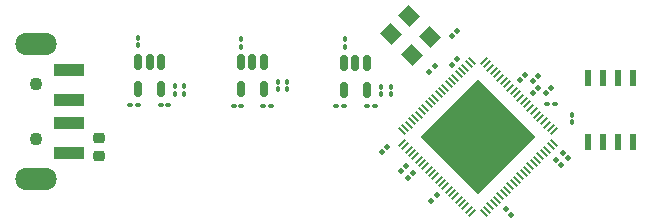
<source format=gbr>
%TF.GenerationSoftware,KiCad,Pcbnew,8.0.3*%
%TF.CreationDate,2024-09-04T14:49:45-07:00*%
%TF.ProjectId,BusinessCard,42757369-6e65-4737-9343-6172642e6b69,rev?*%
%TF.SameCoordinates,Original*%
%TF.FileFunction,Soldermask,Top*%
%TF.FilePolarity,Negative*%
%FSLAX46Y46*%
G04 Gerber Fmt 4.6, Leading zero omitted, Abs format (unit mm)*
G04 Created by KiCad (PCBNEW 8.0.3) date 2024-09-04 14:49:45*
%MOMM*%
%LPD*%
G01*
G04 APERTURE LIST*
G04 Aperture macros list*
%AMRoundRect*
0 Rectangle with rounded corners*
0 $1 Rounding radius*
0 $2 $3 $4 $5 $6 $7 $8 $9 X,Y pos of 4 corners*
0 Add a 4 corners polygon primitive as box body*
4,1,4,$2,$3,$4,$5,$6,$7,$8,$9,$2,$3,0*
0 Add four circle primitives for the rounded corners*
1,1,$1+$1,$2,$3*
1,1,$1+$1,$4,$5*
1,1,$1+$1,$6,$7*
1,1,$1+$1,$8,$9*
0 Add four rect primitives between the rounded corners*
20,1,$1+$1,$2,$3,$4,$5,0*
20,1,$1+$1,$4,$5,$6,$7,0*
20,1,$1+$1,$6,$7,$8,$9,0*
20,1,$1+$1,$8,$9,$2,$3,0*%
%AMHorizOval*
0 Thick line with rounded ends*
0 $1 width*
0 $2 $3 position (X,Y) of the first rounded end (center of the circle)*
0 $4 $5 position (X,Y) of the second rounded end (center of the circle)*
0 Add line between two ends*
20,1,$1,$2,$3,$4,$5,0*
0 Add two circle primitives to create the rounded ends*
1,1,$1,$2,$3*
1,1,$1,$4,$5*%
%AMRotRect*
0 Rectangle, with rotation*
0 The origin of the aperture is its center*
0 $1 length*
0 $2 width*
0 $3 Rotation angle, in degrees counterclockwise*
0 Add horizontal line*
21,1,$1,$2,0,0,$3*%
G04 Aperture macros list end*
%ADD10RotRect,1.400000X1.200000X135.000000*%
%ADD11RoundRect,0.100000X0.130000X0.100000X-0.130000X0.100000X-0.130000X-0.100000X0.130000X-0.100000X0*%
%ADD12RoundRect,0.100000X0.021213X0.162635X-0.162635X-0.021213X-0.021213X-0.162635X0.162635X0.021213X0*%
%ADD13RoundRect,0.100000X0.100000X-0.130000X0.100000X0.130000X-0.100000X0.130000X-0.100000X-0.130000X0*%
%ADD14RoundRect,0.100000X-0.162635X0.021213X0.021213X-0.162635X0.162635X-0.021213X-0.021213X0.162635X0*%
%ADD15RoundRect,0.100000X-0.130000X-0.100000X0.130000X-0.100000X0.130000X0.100000X-0.130000X0.100000X0*%
%ADD16R,0.558800X1.460500*%
%ADD17RoundRect,0.218750X0.256250X-0.218750X0.256250X0.218750X-0.256250X0.218750X-0.256250X-0.218750X0*%
%ADD18RoundRect,0.100000X-0.021213X-0.162635X0.162635X0.021213X0.021213X0.162635X-0.162635X-0.021213X0*%
%ADD19C,1.100000*%
%ADD20R,2.500000X1.100000*%
%ADD21O,3.500000X1.900000*%
%ADD22HorizOval,0.200000X-0.212132X0.212132X0.212132X-0.212132X0*%
%ADD23HorizOval,0.200000X0.212132X0.212132X-0.212132X-0.212132X0*%
%ADD24RotRect,6.840000X6.840000X135.000000*%
%ADD25RoundRect,0.100000X0.162635X-0.021213X-0.021213X0.162635X-0.162635X0.021213X0.021213X-0.162635X0*%
%ADD26RoundRect,0.150000X-0.150000X0.512500X-0.150000X-0.512500X0.150000X-0.512500X0.150000X0.512500X0*%
%ADD27RoundRect,0.100000X-0.100000X0.130000X-0.100000X-0.130000X0.100000X-0.130000X0.100000X0.130000X0*%
G04 APERTURE END LIST*
D10*
%TO.C,Y1*%
X223055635Y-102694365D03*
X221259584Y-100898314D03*
X219703949Y-102453949D03*
X221500000Y-104250000D03*
%TD*%
D11*
%TO.C,C1*%
X198315002Y-108480000D03*
X197675002Y-108480000D03*
%TD*%
D12*
%TO.C,C14*%
X221000000Y-113600000D03*
X220547452Y-114052548D03*
%TD*%
D13*
%TO.C,L1*%
X198350000Y-103400000D03*
X198350000Y-102760000D03*
%TD*%
D14*
%TO.C,C12*%
X234273726Y-112473726D03*
X234726274Y-112926274D03*
%TD*%
D13*
%TO.C,C2*%
X202250000Y-107500000D03*
X202250000Y-106860000D03*
%TD*%
D15*
%TO.C,C15*%
X232980000Y-108400000D03*
X233620000Y-108400000D03*
%TD*%
D16*
%TO.C,U6*%
X240204999Y-106175850D03*
X238935000Y-106175850D03*
X237665000Y-106175850D03*
X236395001Y-106175850D03*
X236395001Y-111624150D03*
X237665000Y-111624150D03*
X238935000Y-111624150D03*
X240204999Y-111624150D03*
%TD*%
D17*
%TO.C,F1*%
X195000000Y-112787501D03*
X195000000Y-111212499D03*
%TD*%
D13*
%TO.C,L2*%
X207050000Y-103500000D03*
X207050000Y-102860000D03*
%TD*%
D18*
%TO.C,C9*%
X218973726Y-112426274D03*
X219426274Y-111973726D03*
%TD*%
D13*
%TO.C,L3*%
X215830000Y-103528190D03*
X215830000Y-102888190D03*
%TD*%
D11*
%TO.C,C3*%
X207070000Y-108500000D03*
X206430000Y-108500000D03*
%TD*%
%TO.C,C5*%
X215750000Y-108508190D03*
X215110000Y-108508190D03*
%TD*%
D19*
%TO.C,J1*%
X189700000Y-111300000D03*
X189700000Y-106700000D03*
D20*
X192450000Y-112500000D03*
X192450000Y-110000000D03*
X192450000Y-108000000D03*
X192450000Y-105500000D03*
D21*
X189700000Y-114700000D03*
X189700000Y-103300000D03*
%TD*%
D18*
%TO.C,C13*%
X230673726Y-106326274D03*
X231126274Y-105873726D03*
%TD*%
%TO.C,C16*%
X231773726Y-106426274D03*
X232226274Y-105973726D03*
%TD*%
D22*
%TO.C,U5*%
X227588478Y-117598528D03*
X227871320Y-117315685D03*
X228154163Y-117032842D03*
X228437006Y-116750000D03*
X228719849Y-116467157D03*
X229002691Y-116184314D03*
X229285534Y-115901471D03*
X229568377Y-115618629D03*
X229851219Y-115335786D03*
X230134062Y-115052943D03*
X230416905Y-114770101D03*
X230699748Y-114487258D03*
X230982590Y-114204415D03*
X231265433Y-113921572D03*
X231548276Y-113638730D03*
X231831118Y-113355887D03*
X232113961Y-113073044D03*
X232396804Y-112790202D03*
X232679647Y-112507359D03*
X232962489Y-112224516D03*
X233245332Y-111941673D03*
X233528175Y-111658831D03*
D23*
X233528175Y-110668881D03*
X233245332Y-110386039D03*
X232962489Y-110103196D03*
X232679647Y-109820353D03*
X232396804Y-109537510D03*
X232113961Y-109254668D03*
X231831118Y-108971825D03*
X231548276Y-108688982D03*
X231265433Y-108406140D03*
X230982590Y-108123297D03*
X230699748Y-107840454D03*
X230416905Y-107557611D03*
X230134062Y-107274769D03*
X229851219Y-106991926D03*
X229568377Y-106709083D03*
X229285534Y-106426241D03*
X229002691Y-106143398D03*
X228719849Y-105860555D03*
X228437006Y-105577712D03*
X228154163Y-105294870D03*
X227871320Y-105012027D03*
X227588478Y-104729184D03*
D22*
X226598528Y-104729184D03*
X226315686Y-105012027D03*
X226032843Y-105294870D03*
X225750000Y-105577712D03*
X225467157Y-105860555D03*
X225184315Y-106143398D03*
X224901472Y-106426241D03*
X224618629Y-106709083D03*
X224335787Y-106991926D03*
X224052944Y-107274769D03*
X223770101Y-107557611D03*
X223487258Y-107840454D03*
X223204416Y-108123297D03*
X222921573Y-108406140D03*
X222638730Y-108688982D03*
X222355888Y-108971825D03*
X222073045Y-109254668D03*
X221790202Y-109537510D03*
X221507359Y-109820353D03*
X221224517Y-110103196D03*
X220941674Y-110386039D03*
X220658831Y-110668881D03*
D23*
X220658831Y-111658831D03*
X220941674Y-111941673D03*
X221224517Y-112224516D03*
X221507359Y-112507359D03*
X221790202Y-112790202D03*
X222073045Y-113073044D03*
X222355888Y-113355887D03*
X222638730Y-113638730D03*
X222921573Y-113921572D03*
X223204416Y-114204415D03*
X223487258Y-114487258D03*
X223770101Y-114770101D03*
X224052944Y-115052943D03*
X224335787Y-115335786D03*
X224618629Y-115618629D03*
X224901472Y-115901471D03*
X225184315Y-116184314D03*
X225467157Y-116467157D03*
X225750000Y-116750000D03*
X226032843Y-117032842D03*
X226315686Y-117315685D03*
X226598528Y-117598528D03*
D24*
X227093503Y-111163856D03*
%TD*%
D25*
%TO.C,C6*%
X229926274Y-117726274D03*
X229473726Y-117273726D03*
%TD*%
D26*
%TO.C,U1*%
X200250000Y-104805000D03*
X199300001Y-104805000D03*
X198350002Y-104805000D03*
X198350002Y-107080000D03*
X200250000Y-107080000D03*
%TD*%
D11*
%TO.C,R5*%
X209570000Y-108500000D03*
X208930000Y-108500000D03*
%TD*%
D18*
%TO.C,C11*%
X223147452Y-116552548D03*
X223600000Y-116100000D03*
%TD*%
%TO.C,C18*%
X224873726Y-102626274D03*
X225326274Y-102173726D03*
%TD*%
D12*
%TO.C,C17*%
X223426274Y-105173726D03*
X222973726Y-105626274D03*
%TD*%
D11*
%TO.C,R7*%
X218350000Y-108508190D03*
X217710000Y-108508190D03*
%TD*%
D26*
%TO.C,U2*%
X208950000Y-104825000D03*
X208000001Y-104825000D03*
X207050002Y-104825000D03*
X207050002Y-107100000D03*
X208950000Y-107100000D03*
%TD*%
D27*
%TO.C,R1*%
X235100000Y-109280000D03*
X235100000Y-109920000D03*
%TD*%
%TO.C,R3*%
X201450000Y-106860000D03*
X201450000Y-107500000D03*
%TD*%
D13*
%TO.C,C19*%
X219730000Y-107528190D03*
X219730000Y-106888190D03*
%TD*%
D27*
%TO.C,R6*%
X218930000Y-106888190D03*
X218930000Y-107528190D03*
%TD*%
D12*
%TO.C,R11*%
X232226274Y-106973726D03*
X231773726Y-107426274D03*
%TD*%
D13*
%TO.C,C4*%
X210950000Y-107120000D03*
X210950000Y-106480000D03*
%TD*%
D18*
%TO.C,R12*%
X232873726Y-107426274D03*
X233326274Y-106973726D03*
%TD*%
D25*
%TO.C,C7*%
X234126274Y-113526274D03*
X233673726Y-113073726D03*
%TD*%
D11*
%TO.C,R2*%
X200870000Y-108480000D03*
X200230000Y-108480000D03*
%TD*%
D18*
%TO.C,C10*%
X221173726Y-114626274D03*
X221626274Y-114173726D03*
%TD*%
D27*
%TO.C,R4*%
X210150000Y-106480000D03*
X210150000Y-107120000D03*
%TD*%
D26*
%TO.C,U3*%
X217679999Y-104870690D03*
X216730000Y-104870690D03*
X215780001Y-104870690D03*
X215780001Y-107145690D03*
X217679999Y-107145690D03*
%TD*%
D12*
%TO.C,C8*%
X225326274Y-104573726D03*
X224873726Y-105026274D03*
%TD*%
M02*

</source>
